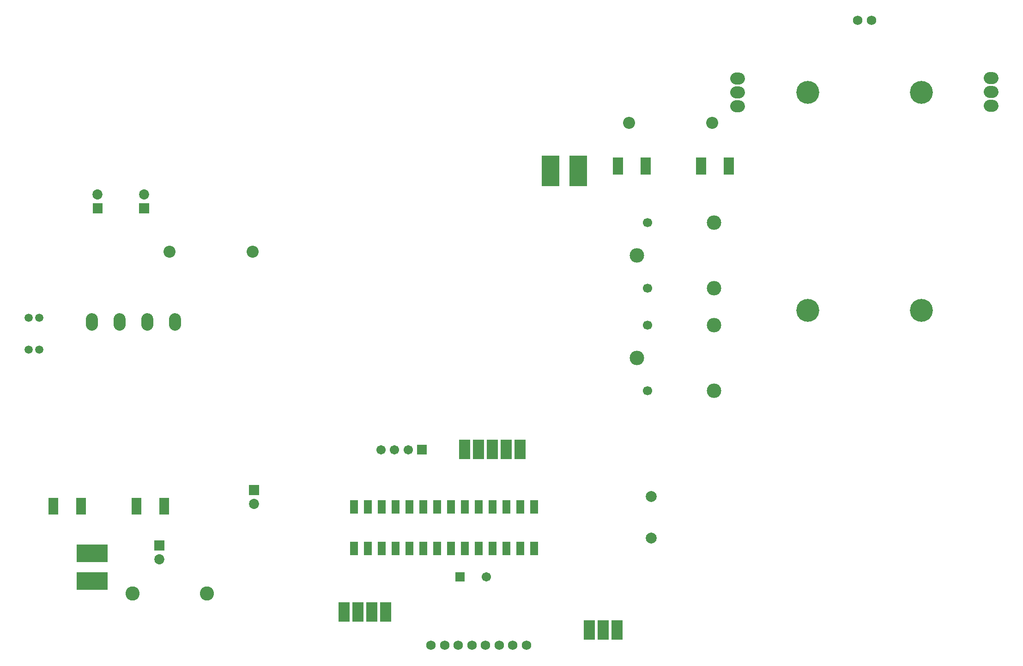
<source format=gbs>
G04 Layer: BottomSolderMaskLayer*
G04 EasyEDA v6.3.22, 2020-03-14T22:20:27--7:00*
G04 457ca038791a4c03a2b045dd88f7922b,93ea2736136a419895ea0886014cbf9b,10*
G04 Gerber Generator version 0.2*
G04 Scale: 100 percent, Rotated: No, Reflected: No *
G04 Dimensions in inches *
G04 leading zeros omitted , absolute positions ,2 integer and 4 decimal *
%FSLAX24Y24*%
%MOIN*%
G90*
G70D02*

%ADD71C,0.086740*%
%ADD73C,0.088000*%
%ADD74C,0.068000*%
%ADD81C,0.073000*%
%ADD82R,0.073000X0.073000*%
%ADD83R,0.082000X0.141200*%
%ADD84C,0.067055*%
%ADD99C,0.086700*%
%ADD103C,0.102488*%
%ADD105C,0.078866*%
%ADD106C,0.165480*%
%ADD107C,0.104700*%
%ADD108C,0.066700*%
%ADD110C,0.059181*%

%LPD*%
G54D71*
G01X13100Y24946D02*
G01X13100Y24553D01*
G01X11099Y24946D02*
G01X11099Y24553D01*
G01X9099Y24946D02*
G01X9099Y24553D01*
G01X7099Y24946D02*
G01X7099Y24553D01*
G54D73*
G01X53800Y41300D02*
G01X53600Y41300D01*
G01X53800Y40300D02*
G01X53600Y40300D01*
G01X53800Y42300D02*
G01X53600Y42300D01*
G01X71900Y41350D02*
G01X72100Y41350D01*
G01X71900Y42350D02*
G01X72100Y42350D01*
G01X71900Y40350D02*
G01X72100Y40350D01*
G54D74*
G01X34507Y1400D03*
G01X35492Y1400D03*
G01X36476Y1400D03*
G01X37460Y1400D03*
G01X38444Y1400D03*
G01X33523Y1400D03*
G01X32539Y1400D03*
G01X31555Y1400D03*
G36*
G01X3947Y10844D02*
G01X3947Y12055D01*
G01X4653Y12055D01*
G01X4653Y10844D01*
G01X3947Y10844D01*
G37*
G36*
G01X11947Y10844D02*
G01X11947Y12055D01*
G01X12653Y12055D01*
G01X12653Y10844D01*
G01X11947Y10844D01*
G37*
G36*
G01X5947Y10844D02*
G01X5947Y12055D01*
G01X6653Y12055D01*
G01X6653Y10844D01*
G01X5947Y10844D01*
G37*
G36*
G01X9947Y10844D02*
G01X9947Y12055D01*
G01X10653Y12055D01*
G01X10653Y10844D01*
G01X9947Y10844D01*
G37*
G36*
G01X44697Y35394D02*
G01X44697Y36605D01*
G01X45404Y36605D01*
G01X45404Y35394D01*
G01X44697Y35394D01*
G37*
G36*
G01X52697Y35394D02*
G01X52697Y36605D01*
G01X53404Y36605D01*
G01X53404Y35394D01*
G01X52697Y35394D01*
G37*
G36*
G01X46697Y35394D02*
G01X46697Y36605D01*
G01X47404Y36605D01*
G01X47404Y35394D01*
G01X46697Y35394D01*
G37*
G36*
G01X50697Y35394D02*
G01X50697Y36605D01*
G01X51404Y36605D01*
G01X51404Y35394D01*
G01X50697Y35394D01*
G37*
G54D81*
G01X11950Y7600D03*
G54D82*
G01X11950Y8600D03*
G54D81*
G01X18800Y11600D03*
G54D82*
G01X18800Y12600D03*
G54D81*
G01X7500Y33950D03*
G36*
G01X7135Y32584D02*
G01X7135Y33315D01*
G01X7864Y33315D01*
G01X7864Y32584D01*
G01X7135Y32584D01*
G37*
G01X10850Y33950D03*
G36*
G01X10485Y32584D02*
G01X10485Y33315D01*
G01X11214Y33315D01*
G01X11214Y32584D01*
G01X10485Y32584D01*
G37*
G54D83*
G01X43000Y2500D03*
G01X44000Y2500D03*
G01X45000Y2500D03*
G54D84*
G01X29916Y15531D03*
G36*
G01X30565Y15196D02*
G01X30565Y15867D01*
G01X31235Y15867D01*
G01X31235Y15196D01*
G01X30565Y15196D01*
G37*
G01X28932Y15531D03*
G01X27948Y15531D03*
G54D83*
G01X25300Y3800D03*
G01X26300Y3800D03*
G01X27300Y3800D03*
G01X28300Y3800D03*
G01X34000Y15550D03*
G01X35000Y15550D03*
G01X36000Y15550D03*
G01X37000Y15550D03*
G01X38000Y15550D03*
G54D74*
G01X63350Y46500D03*
G01X62350Y46500D03*
G36*
G01X39568Y34546D02*
G01X39568Y36753D01*
G01X40831Y36753D01*
G01X40831Y34546D01*
G01X39568Y34546D01*
G37*
G36*
G01X41568Y34546D02*
G01X41568Y36753D01*
G01X42831Y36753D01*
G01X42831Y34546D01*
G01X41568Y34546D01*
G37*
G36*
G01X5997Y5419D02*
G01X5997Y6680D01*
G01X8202Y6680D01*
G01X8202Y5419D01*
G01X5997Y5419D01*
G37*
G36*
G01X5997Y7419D02*
G01X5997Y8680D01*
G01X8202Y8680D01*
G01X8202Y7419D01*
G01X5997Y7419D01*
G37*
G54D99*
G01X18700Y29800D03*
G01X12700Y29800D03*
G01X45850Y39100D03*
G01X51850Y39100D03*
G36*
G01X25722Y7930D02*
G01X25722Y8869D01*
G01X26278Y8869D01*
G01X26278Y7930D01*
G01X25722Y7930D01*
G37*
G36*
G01X26722Y7930D02*
G01X26722Y8869D01*
G01X27278Y8869D01*
G01X27278Y7930D01*
G01X26722Y7930D01*
G37*
G36*
G01X27722Y7930D02*
G01X27722Y8869D01*
G01X28278Y8869D01*
G01X28278Y7930D01*
G01X27722Y7930D01*
G37*
G36*
G01X28722Y7930D02*
G01X28722Y8869D01*
G01X29278Y8869D01*
G01X29278Y7930D01*
G01X28722Y7930D01*
G37*
G36*
G01X29722Y7930D02*
G01X29722Y8869D01*
G01X30278Y8869D01*
G01X30278Y7930D01*
G01X29722Y7930D01*
G37*
G36*
G01X30722Y7930D02*
G01X30722Y8869D01*
G01X31278Y8869D01*
G01X31278Y7930D01*
G01X30722Y7930D01*
G37*
G36*
G01X31722Y7930D02*
G01X31722Y8869D01*
G01X32278Y8869D01*
G01X32278Y7930D01*
G01X31722Y7930D01*
G37*
G36*
G01X32722Y7930D02*
G01X32722Y8869D01*
G01X33279Y8869D01*
G01X33279Y7930D01*
G01X32722Y7930D01*
G37*
G36*
G01X33722Y7930D02*
G01X33722Y8869D01*
G01X34279Y8869D01*
G01X34279Y7930D01*
G01X33722Y7930D01*
G37*
G36*
G01X34722Y7930D02*
G01X34722Y8869D01*
G01X35279Y8869D01*
G01X35279Y7930D01*
G01X34722Y7930D01*
G37*
G36*
G01X35722Y7930D02*
G01X35722Y8869D01*
G01X36279Y8869D01*
G01X36279Y7930D01*
G01X35722Y7930D01*
G37*
G36*
G01X36722Y7930D02*
G01X36722Y8869D01*
G01X37279Y8869D01*
G01X37279Y7930D01*
G01X36722Y7930D01*
G37*
G36*
G01X37722Y7930D02*
G01X37722Y8869D01*
G01X38279Y8869D01*
G01X38279Y7930D01*
G01X37722Y7930D01*
G37*
G36*
G01X38722Y7930D02*
G01X38722Y8869D01*
G01X39279Y8869D01*
G01X39279Y7930D01*
G01X38722Y7930D01*
G37*
G36*
G01X38722Y10930D02*
G01X38722Y11869D01*
G01X39279Y11869D01*
G01X39279Y10930D01*
G01X38722Y10930D01*
G37*
G36*
G01X37722Y10930D02*
G01X37722Y11869D01*
G01X38279Y11869D01*
G01X38279Y10930D01*
G01X37722Y10930D01*
G37*
G36*
G01X36722Y10930D02*
G01X36722Y11869D01*
G01X37279Y11869D01*
G01X37279Y10930D01*
G01X36722Y10930D01*
G37*
G36*
G01X35722Y10930D02*
G01X35722Y11869D01*
G01X36279Y11869D01*
G01X36279Y10930D01*
G01X35722Y10930D01*
G37*
G36*
G01X34722Y10930D02*
G01X34722Y11869D01*
G01X35279Y11869D01*
G01X35279Y10930D01*
G01X34722Y10930D01*
G37*
G36*
G01X33722Y10930D02*
G01X33722Y11869D01*
G01X34279Y11869D01*
G01X34279Y10930D01*
G01X33722Y10930D01*
G37*
G36*
G01X32722Y10930D02*
G01X32722Y11869D01*
G01X33279Y11869D01*
G01X33279Y10930D01*
G01X32722Y10930D01*
G37*
G36*
G01X31722Y10930D02*
G01X31722Y11869D01*
G01X32278Y11869D01*
G01X32278Y10930D01*
G01X31722Y10930D01*
G37*
G36*
G01X30722Y10930D02*
G01X30722Y11869D01*
G01X31278Y11869D01*
G01X31278Y10930D01*
G01X30722Y10930D01*
G37*
G36*
G01X29722Y10930D02*
G01X29722Y11869D01*
G01X30278Y11869D01*
G01X30278Y10930D01*
G01X29722Y10930D01*
G37*
G36*
G01X28722Y10930D02*
G01X28722Y11869D01*
G01X29278Y11869D01*
G01X29278Y10930D01*
G01X28722Y10930D01*
G37*
G36*
G01X27722Y10930D02*
G01X27722Y11869D01*
G01X28278Y11869D01*
G01X28278Y10930D01*
G01X27722Y10930D01*
G37*
G36*
G01X26722Y10930D02*
G01X26722Y11869D01*
G01X27278Y11869D01*
G01X27278Y10930D01*
G01X26722Y10930D01*
G37*
G36*
G01X25722Y10930D02*
G01X25722Y11869D01*
G01X26278Y11869D01*
G01X26278Y10930D01*
G01X25722Y10930D01*
G37*
G36*
G01X33305Y6015D02*
G01X33305Y6684D01*
G01X33975Y6684D01*
G01X33975Y6015D01*
G01X33305Y6015D01*
G37*
G54D84*
G01X35560Y6350D03*
G54D103*
G01X10022Y5150D03*
G01X15377Y5150D03*
G54D105*
G01X47450Y12146D03*
G01X47450Y9153D03*
G54D106*
G01X58750Y41325D03*
G01X58750Y25575D03*
G01X66950Y25575D03*
G01X66950Y41325D03*
G54D107*
G01X51975Y27188D03*
G01X51975Y31911D03*
G01X46425Y29550D03*
G54D108*
G01X47175Y27188D03*
G01X47175Y31911D03*
G54D107*
G01X51975Y19788D03*
G01X51975Y24511D03*
G01X46425Y22150D03*
G54D108*
G01X47175Y19788D03*
G01X47175Y24511D03*
G54D110*
G01X2506Y22750D03*
G01X3293Y22750D03*
G01X2506Y25050D03*
G01X3293Y25050D03*
M00*
M02*

</source>
